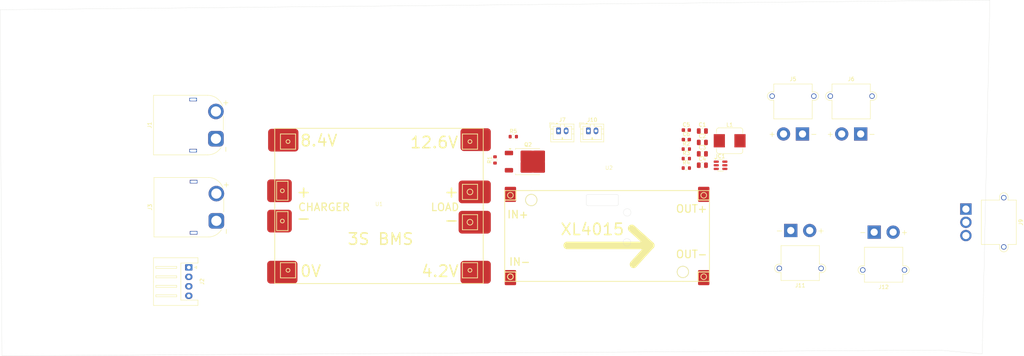
<source format=kicad_pcb>
(kicad_pcb (version 20240108) (generator "pcbnew") (generator_version "8.0")
  (layers (0 "F.Cu" signal) (31 "B.Cu" signal) (34 "B.Paste" user) (35 "F.Paste" user) (36 "B.SilkS" user "B.Silkscreen") (37 "F.SilkS" user "F.Silkscreen") (38 "B.Mask" user) (39 "F.Mask" user) (44 "Edge.Cuts" user))
  (net 0 "")
  (net 1 "GND")
  (net 2 "+3.3V")
  (net 3 "VCC")
  (net 4 "SW")
  (net 5 "Net-(IC1-VBST)")
  (net 6 "Net-(IC1-VFB)")
  (net 7 "Net-(IC1-EN)")
  (net 8 "Net-(J1-Pin_2)")
  (net 9 "Net-(J3-Pin_1)")
  (net 10 "Net-(J2-Pin_3)")
  (net 11 "Net-(J2-Pin_2)")
  (net 12 "Net-(J1-Pin_1)")
  (net 13 "Net-(J3-Pin_2)")
  (net 14 "+5V")
  (net 17 "Net-(J7-Pin_1)")
  (net 18 "Net-(Q2-S)")
  (net 19 "Net-(Q2-G)")
  (footprint "Inductor_SMD:L_Bourns_SRP7028A_7.3x6.6mm" (layer "F.Cu") (at 210.996 68.147)
    (property "Reference" "L1" (at 0 -4.2 0) (layer "F.SilkS"))
    (property "Value" "2.2uH")
    (fp_line (start -3.46 -1.95) (end -3.46 -2.8) (stroke (width 0.12)) (layer "F.SilkS"))
    (fp_line (start -3.46 2.75) (end -3.46 1.95) (stroke (width 0.12)) (layer "F.SilkS"))
    (fp_line (start -2.85 -3.41) (end 2.85 -3.41) (stroke (width 0.12)) (layer "F.SilkS"))
    (fp_line (start 2.85 3.41) (end -2.8 3.41) (stroke (width 0.12)) (layer "F.SilkS"))
    (fp_line (start 3.46 -2.8) (end 3.46 -1.95) (stroke (width 0.12)) (layer "F.SilkS"))
    (fp_line (start 3.46 1.95) (end 3.46 2.8) (stroke (width 0.12)) (layer "F.SilkS"))
    (fp_arc (start -3.46 -2.8) (mid -3.281335 -3.231335) (end -2.85 -3.41) (stroke (width 0.12)) (layer "F.SilkS"))
    (fp_arc (start -2.8 3.41) (mid -3.26669 3.21669) (end -3.46 2.75) (stroke (width 0.12)) (layer "F.SilkS"))
    (fp_arc (start 2.85 -3.41) (mid 3.281335 -3.231335) (end 3.46 -2.8) (stroke (width 0.12)) (layer "F.SilkS"))
    (fp_arc (start 3.46 2.8) (mid 3.281335 3.231335) (end 2.85 3.41) (stroke (width 0.12)) (layer "F.SilkS"))
    (pad "1" smd rect (at -2.725 0) (size 2.95 3.5) (layers "F.Cu" "F.Paste" "F.Mask") (net 2 "+3.3V"))
    (pad "2" smd rect (at 2.725 0) (size 2.95 3.5) (layers "F.Cu" "F.Paste" "F.Mask") (net 4 "SW"))
  )
  (footprint "Connector_AMASS:AMASS_XT30PW-M_1x02_P2.50mm_Horizontal" (layer "F.Cu") (at 227.116 91.861 180)
    (property "Reference" "J11" (at -2.5 -14.5 180) (layer "F.SilkS"))
    (property "Value" "SD_1")
    (fp_line (start 2.56 -8.89) (end 3.15 -8.89) (stroke (width 0.12)) (layer "F.SilkS"))
    (fp_line (start 2.56 -8.89) (end 2.56 -3.99) (stroke (width 0.12)) (layer "F.SilkS"))
    (fp_line (start 2.56 -11.11) (end 3.15 -11.11) (stroke (width 0.12)) (layer "F.SilkS"))
    (fp_line (start 2.56 -13.21) (end 2.56 -11.11) (stroke (width 0.12)) (layer "F.SilkS"))
    (fp_line (start -7.56 -3.99) (end 2.56 -3.99) (stroke (width 0.12)) (layer "F.SilkS"))
    (fp_line (start -7.56 -8.89) (end -7.56 -3.99) (stroke (width 0.12)) (layer "F.SilkS"))
    (fp_line (start -7.56 -13.21) (end 2.56 -13.21) (stroke (width 0.12)) (layer "F.SilkS"))
    (fp_line (start -7.56 -13.21) (end -7.56 -11.11) (stroke (width 0.12)) (layer "F.SilkS"))
    (fp_line (start -8.15 -8.89) (end -7.56 -8.89) (stroke (width 0.12)) (layer "F.SilkS"))
    (fp_line (start -8.15 -11.11) (end -7.56 -11.11) (stroke (width 0.12)) (layer "F.SilkS"))
    (fp_arc (start 3.15 -11.11) (mid 4.26 -10) (end 3.15 -8.89) (stroke (width 0.12)) (layer "F.SilkS"))
    (fp_arc (start -8.15 -8.89) (mid -9.26 -10) (end -8.15 -11.11) (stroke (width 0.12)) (layer "F.SilkS"))
    (fp_text user "-" (at 3 0 180) (layer "F.SilkS") (effects (font (size 1.5 1.5))))
    (fp_text user "+" (at -8 0 180) (layer "F.SilkS") (effects (font (size 1.5 1.5))))
    (pad "" thru_hole circle (at -8 -10 180) (size 1.4 1.4) (drill 1) (layers "*.Cu" "*.Mask"))
    (pad "" thru_hole circle (at 3 -10 180) (size 1.4 1.4) (drill 1) (layers "*.Cu" "*.Mask"))
    (pad "1" thru_hole rect (at 0 0 180) (size 3.5 3.5) (drill 1.9) (layers "*.Cu" "*.Mask") (net 1 "GND"))
    (pad "2" thru_hole circle (at -5 0 180) (size 3.5 3.5) (drill 1.9) (layers "*.Cu" "*.Mask") (net 3 "VCC"))
  )
  (footprint "Package_TO_SOT_SMD:SOT-23-6" (layer "F.Cu") (at 208.596 74.622)
    (property "Reference" "IC1" (at 0 -2.4 0) (layer "F.SilkS"))
    (property "Value" "TPS563201DDCR")
    (fp_line (start 0 -1.56) (end -0.8 -1.56) (stroke (width 0.12)) (layer "F.SilkS"))
    (fp_line (start 0 -1.56) (end 0.8 -1.56) (stroke (width 0.12)) (layer "F.SilkS"))
    (fp_line (start 0 1.56) (end -0.8 1.56) (stroke (width 0.12)) (layer "F.SilkS"))
    (fp_line (start 0 1.56) (end 0.8 1.56) (stroke (width 0.12)) (layer "F.SilkS"))
    (fp_poly (pts (xy -1.3 -1.51) (xy -1.54 -1.84) (xy -1.06 -1.84) (xy -1.3 -1.51)) (stroke (width 0.12)) (fill solid) (layer "F.SilkS"))
    (pad "1" smd roundrect (at -1.1375 -0.95) (size 1.325 0.6) (layers "F.Cu" "F.Paste" "F.Mask") (net 1 "GND"))
    (pad "2" smd roundrect (at -1.1375 0) (size 1.325 0.6) (layers "F.Cu" "F.Paste" "F.Mask") (net 4 "SW"))
    (pad "3" smd roundrect (at -1.1375 0.95) (size 1.325 0.6) (layers "F.Cu" "F.Paste" "F.Mask") (net 3 "VCC"))
    (pad "4" smd roundrect (at 1.1375 0.95) (size 1.325 0.6) (layers "F.Cu" "F.Paste" "F.Mask") (net 6 "Net-(IC1-VFB)"))
    (pad "5" smd roundrect (at 1.1375 0) (size 1.325 0.6) (layers "F.Cu" "F.Paste" "F.Mask") (net 7 "Net-(IC1-EN)"))
    (pad "6" smd roundrect (at 1.1375 -0.95) (size 1.325 0.6) (layers "F.Cu" "F.Paste" "F.Mask") (net 5 "Net-(IC1-VBST)"))
  )
  (footprint "Capacitor_SMD:C_0603_1608Metric" (layer "F.Cu") (at 199.566 65.327)
    (property "Reference" "C5" (at 0 -1.43 0) (layer "F.SilkS"))
    (property "Value" "0.1uF")
    (fp_line (start -0.14058 -0.51) (end 0.14058 -0.51) (stroke (width 0.12)) (layer "F.SilkS"))
    (fp_line (start -0.14058 0.51) (end 0.14058 0.51) (stroke (width 0.12)) (layer "F.SilkS"))
    (pad "1" smd roundrect (at -0.775 0) (size 0.9 0.95) (layers "F.Cu" "F.Paste" "F.Mask") (net 3 "VCC"))
    (pad "2" smd roundrect (at 0.775 0) (size 0.9 0.95) (layers "F.Cu" "F.Paste" "F.Mask") (net 1 "GND"))
  )
  (footprint "Capacitor_SMD:C_0603_1608Metric" (layer "F.Cu") (at 199.566 67.837)
    (property "Reference" "C6" (at 0 -1.43 0) (layer "F.SilkS"))
    (property "Value" "0.1uF")
    (fp_line (start -0.14058 -0.51) (end 0.14058 -0.51) (stroke (width 0.12)) (layer "F.SilkS"))
    (fp_line (start -0.14058 0.51) (end 0.14058 0.51) (stroke (width 0.12)) (layer "F.SilkS"))
    (pad "1" smd roundrect (at -0.775 0) (size 0.9 0.95) (layers "F.Cu" "F.Paste" "F.Mask") (net 4 "SW"))
    (pad "2" smd roundrect (at 0.775 0) (size 0.9 0.95) (layers "F.Cu" "F.Paste" "F.Mask") (net 5 "Net-(IC1-VBST)"))
  )
  (footprint "Connector_JST:JST_PH_B2B-PH-K_1x02_P2.00mm_Vertical" (layer "F.Cu") (at 165.862 65.532)
    (property "Reference" "J7" (at 1 -2.9 0) (layer "F.SilkS"))
    (property "Value" "switch")
    (fp_line (start -2.36 -2.11) (end -2.36 -0.86) (stroke (width 0.12)) (layer "F.SilkS"))
    (fp_line (start -2.06 -1.81) (end -2.06 2.91) (stroke (width 0.12)) (layer "F.SilkS"))
    (fp_line (start -2.06 -0.5) (end -1.45 -0.5) (stroke (width 0.12)) (layer "F.SilkS"))
    (fp_line (start -2.06 0.8) (end -1.45 0.8) (stroke (width 0.12)) (layer "F.SilkS"))
    (fp_line (start -2.06 2.91) (end 4.06 2.91) (stroke (width 0.12)) (layer "F.SilkS"))
    (fp_line (start -1.45 -1.2) (end -1.45 2.3) (stroke (width 0.12)) (layer "F.SilkS"))
    (fp_line (start -1.45 2.3) (end 3.45 2.3) (stroke (width 0.12)) (layer "F.SilkS"))
    (fp_line (start -1.11 -2.11) (end -2.36 -2.11) (stroke (width 0.12)) (layer "F.SilkS"))
    (fp_line (start -0.6 -2.01) (end -0.6 -1.81) (stroke (width 0.12)) (layer "F.SilkS"))
    (fp_line (start -0.3 -2.01) (end -0.6 -2.01) (stroke (width 0.12)) (layer "F.SilkS"))
    (fp_line (start -0.3 -1.91) (end -0.6 -1.91) (stroke (width 0.12)) (layer "F.SilkS"))
    (fp_line (start -0.3 -1.81) (end -0.3 -2.01) (stroke (width 0.12)) (layer "F.SilkS"))
    (fp_line (start 0.5 -1.81) (end 0.5 -1.2) (stroke (width 0.12)) (layer "F.SilkS"))
    (fp_line (start 0.5 -1.2) (end -1.45 -1.2) (stroke (width 0.12)) (layer "F.SilkS"))
    (fp_line (start 0.9 1.8) (end 1.1 1.8) (stroke (width 0.12)) (layer "F.SilkS"))
    (fp_line (start 0.9 2.3) (end 0.9 1.8) (stroke (width 0.12)) (layer "F.SilkS"))
    (fp_line (start 1 2.3) (end 1 1.8) (stroke (width 0.12)) (layer "F.SilkS"))
    (fp_line (start 1.1 1.8) (end 1.1 2.3) (stroke (width 0.12)) (layer "F.SilkS"))
    (fp_line (start 1.5 -1.2) (end 1.5 -1.81) (stroke (width 0.12)) (layer "F.SilkS"))
    (fp_line (start 3.45 -1.2) (end 1.5 -1.2) (stroke (width 0.12)) (layer "F.SilkS"))
    (fp_line (start 3.45 2.3) (end 3.45 -1.2) (stroke (width 0.12)) (layer "F.SilkS"))
    (fp_line (start 4.06 -1.81) (end -2.06 -1.81) (stroke (width 0.12)) (layer "F.SilkS"))
    (fp_line (start 4.06 -0.5) (end 3.45 -0.5) (stroke (width 0.12)) (layer "F.SilkS"))
    (fp_line (start 4.06 0.8) (end 3.45 0.8) (stroke (width 0.12)) (layer "F.SilkS"))
    (fp_line (start 4.06 2.91) (end 4.06 -1.81) (stroke (width 0.12)) (layer "F.SilkS"))
    (pad "1" thru_hole roundrect (at 0 0) (size 1.2 1.75) (drill 0.75) (layers "*.Cu" "*.Mask") (roundrect_rratio 0.208333) (net 17 "Net-(J7-Pin_1)"))
    (pad "2" thru_hole oval (at 2 0) (size 1.2 1.75) (drill 0.75) (layers "*.Cu" "*.Mask") (net 1 "GND"))
  )
  (footprint "Capacitor_SMD:C_0805_2012Metric" (layer "F.Cu") (at 203.796 71.597)
    (property "Reference" "C3" (at 0 -1.68 0) (layer "F.SilkS"))
    (property "Value" "10uF")
    (fp_line (start -0.261252 -0.735) (end 0.261252 -0.735) (stroke (width 0.12)) (layer "F.SilkS"))
    (fp_line (start -0.261252 0.735) (end 0.261252 0.735) (stroke (width 0.12)) (layer "F.SilkS"))
    (pad "1" smd roundrect (at -0.95 0) (size 1 1.45) (layers "F.Cu" "F.Paste" "F.Mask") (net 3 "VCC"))
    (pad "2" smd roundrect (at 0.95 0) (size 1 1.45) (layers "F.Cu" "F.Paste" "F.Mask") (net 1 "GND"))
  )
  (footprint "Connector_AMASS:AMASS_XT30PW-M_1x02_P2.50mm_Horizontal" (layer "F.Cu") (at 230.208 66.355)
    (property "Reference" "J5" (at -2.5 -14.5 0) (layer "F.SilkS"))
    (property "Value" "SENSOR_BOARD")
    (fp_line (start -8.15 -11.11) (end -7.56 -11.11) (stroke (width 0.12)) (layer "F.SilkS"))
    (fp_line (start -8.15 -8.89) (end -7.56 -8.89) (stroke (width 0.12)) (layer "F.SilkS"))
    (fp_line (start -7.56 -13.21) (end -7.56 -11.11) (stroke (width 0.12)) (layer "F.SilkS"))
    (fp_line (start -7.56 -13.21) (end 2.56 -13.21) (stroke (width 0.12)) (layer "F.SilkS"))
    (fp_line (start -7.56 -8.89) (end -7.56 -3.99) (stroke (width 0.12)) (layer "F.SilkS"))
    (fp_line (start -7.56 -3.99) (end 2.56 -3.99) (stroke (width 0.12)) (layer "F.SilkS"))
    (fp_line (start 2.56 -13.21) (end 2.56 -11.11) (stroke (width 0.12)) (layer "F.SilkS"))
    (fp_line (start 2.56 -11.11) (end 3.15 -11.11) (stroke (width 0.12)) (layer "F.SilkS"))
    (fp_line (start 2.56 -8.89) (end 2.56 -3.99) (stroke (width 0.12)) (layer "F.SilkS"))
    (fp_line (start 2.56 -8.89) (end 3.15 -8.89) (stroke (width 0.12)) (layer "F.SilkS"))
    (fp_arc (start -8.15 -8.89) (mid -9.26 -10) (end -8.15 -11.11) (stroke (width 0.12)) (layer "F.SilkS"))
    (fp_arc (start 3.15 -11.11) (mid 4.26 -10) (end 3.15 -8.89) (stroke (width 0.12)) (layer "F.SilkS"))
    (fp_text user "+" (at -8 0 0) (layer "F.SilkS") (effects (font (size 1.5 1.5))))
    (fp_text user "-" (at 3 0 0) (layer "F.SilkS") (effects (font (size 1.5 1.5))))
    (pad "" thru_hole circle (at -8 -10) (size 1.4 1.4) (drill 1) (layers "*.Cu" "*.Mask"))
    (pad "" thru_hole circle (at 3 -10) (size 1.4 1.4) (drill 1) (layers "*.Cu" "*.Mask"))
    (pad "1" thru_hole rect (at 0 0) (size 3.5 3.5) (drill 1.9) (layers "*.Cu" "*.Mask") (net 1 "GND"))
    (pad "2" thru_hole circle (at -5 0) (size 3.5 3.5) (drill 1.9) (layers "*.Cu" "*.Mask") (net 3 "VCC"))
  )
  (footprint "3S_BMS:3S_BMS" (layer "F.Cu") (at 118.494 85.362)
    (property "Reference" "U1" (at 0 -0.5 0) (layer "F.SilkS") (effects (font (thickness 0.1))))
    (property "Value" "~")
    (fp_line (start -27.5 -20.5) (end -27.5 20.5) (stroke (width 0.2)) (layer "F.SilkS"))
    (fp_line (start -27.5 20.5) (end 27.5 20.5) (stroke (width 0.2)) (layer "F.SilkS"))
    (fp_line (start -27 -6.5) (end -27 -1.5) (stroke (width 0.2)) (layer "F.SilkS"))
    (fp_line (start -27 -1.5) (end -24 -1.5) (stroke (width 0.2)) (layer "F.SilkS"))
    (fp_line (start -27 1.5) (end -27 6.5) (stroke (width 0.2)) (layer "F.SilkS"))
    (fp_line (start -27 6.5) (end -24 6.5) (stroke (width 0.2)) (layer "F.SilkS"))
    (fp_line (start -26 -19) (end -26 -15) (stroke (width 0.2)) (layer "F.SilkS"))
    (fp_line (start -26 -15) (end -22 -15) (stroke (width 0.2)) (layer "F.SilkS"))
    (fp_line (start -26 15) (end -26 19) (stroke (width 0.2)) (layer "F.SilkS"))
    (fp_line (start -26 19) (end -22 19) (stroke (width 0.2)) (layer "F.SilkS"))
    (fp_line (start -24 -6.5) (end -27 -6.5) (stroke (width 0.2)) (layer "F.SilkS"))
    (fp_line (start -24 -1.5) (end -24 -6.5) (stroke (width 0.2)) (layer "F.SilkS"))
    (fp_line (start -24 1.5) (end -27 1.5) (stroke (width 0.2)) (layer "F.SilkS"))
    (fp_line (start -24 6.5) (end -24 1.5) (stroke (width 0.2)) (layer "F.SilkS"))
    (fp_line (start -22 -19) (end -26 -19) (stroke (width 0.2)) (layer "F.SilkS"))
    (fp_line (start -22 -15) (end -22 -19) (stroke (width 0.2)) (layer "F.SilkS"))
    (fp_line (start -22 15) (end -26 15) (stroke (width 0.2)) (layer "F.SilkS"))
    (fp_line (start -22 19) (end -22 15) (stroke (width 0.2)) (layer "F.SilkS"))
    (fp_line (start 22 -19) (end 22 -15) (stroke (width 0.2)) (layer "F.SilkS"))
    (fp_line (start 22 -15) (end 26 -15) (stroke (width 0.2)) (layer "F.SilkS"))
    (fp_line (start 22 -5.7) (end 22 -1.7) (stroke (width 0.2)) (layer "F.SilkS"))
    (fp_line (start 22 -1.7) (end 26 -1.7) (stroke (width 0.2)) (layer "F.SilkS"))
    (fp_line (start 22 2.3) (end 22 6.3) (stroke (width 0.2)) (layer "F.SilkS"))
    (fp_line (start 22 6.3) (end 26 6.3) (stroke (width 0.2)) (layer "F.SilkS"))
    (fp_line (start 22 15) (end 22 19) (stroke (width 0.2)) (layer "F.SilkS"))
    (fp_line (start 22 19) (end 26 19) (stroke (width 0.2)) (layer "F.SilkS"))
    (fp_line (start 26 -19) (end 22 -19) (stroke (width 0.2)) (layer "F.SilkS"))
    (fp_line (start 26 -15) (end 26 -19) (stroke (width 0.2)) (layer "F.SilkS"))
    (fp_line (start 26 -5.7) (end 22 -5.7) (stroke (width 0.2)) (layer "F.SilkS"))
    (fp_line (start 26 -1.7) (end 26 -5.7) (stroke (width 0.2)) (layer "F.SilkS"))
    (fp_line (start 26 2.3) (end 22 2.3) (stroke (width 0.2)) (layer "F.SilkS"))
    (fp_line (start 26 6.3) (end 26 2.3) (stroke (width 0.2)) (layer "F.SilkS"))
    (fp_line (start 26 15) (end 22 15) (stroke (width 0.2)) (layer "F.SilkS"))
    (fp_line (start 26 19) (end 26 15) (stroke (width 0.2)) (layer "F.SilkS"))
    (fp_line (start 27.5 -20.5) (end -27.5 -20.5) (stroke (width 0.2)) (layer "F.SilkS"))
    (fp_line (start 27.5 20.5) (end 27.5 -20.5) (stroke (width 0.2)) (layer "F.SilkS"))
    (fp_circle (center -25.5 -4) (end -25.5 -3.5) (stroke (width 0.2)) (fill none) (layer "F.SilkS"))
    (fp_circle (center -25.5 4) (end -25.5 4.5) (stroke (width 0.2)) (fill none) (layer "F.SilkS"))
    (fp_circle (center -24 -17) (end -24 -16.5) (stroke (width 0.2)) (fill none) (layer "F.SilkS"))
    (fp_circle (center -24 17) (end -24 17.5) (stroke (width 0.2)) (fill none) (layer "F.SilkS"))
    (fp_circle (center 24 -17) (end 24 -16.5) (stroke (width 0.2)) (fill none) (layer "F.SilkS"))
    (fp_circle (center 24 -3.7) (end 24 -2.95) (stroke (width 0.2)) (fill none) (layer "F.SilkS"))
    (fp_circle (center 24 4.3) (end 24 5.05) (stroke (width 0.2)) (fill none) (layer "F.SilkS"))
    (fp_circle (center 24 17) (end 24 17.5) (stroke (width 0.2)) (fill none) (layer "F.SilkS"))
    (fp_text user "-" (at -22 5 0) (layer "F.SilkS") (effects (font (size 3 3) (thickness 0.4)) (justify left bottom)))
    (fp_text user "0V" (at -21 19 0) (layer "F.SilkS") (effects (font (size 3 3) (thickness 0.4)) (justify left bottom)))
    (fp_text user "+" (at -22 -2 0) (layer "F.SilkS") (effects (font (size 3 3) (thickness 0.4)) (justify left bottom)))
    (fp_text user "4.2V" (at 11 19 0) (layer "F.SilkS") (effects (font (size 3 3) (thickness 0.4)) (justify left bottom)))
    (fp_text user "LOAD" (at 13.5 1.5 0) (layer "F.SilkS") (effects (font (size 2 2) (thickness 0.3)) (justify left bottom)))
    (fp_text user "-" (at 17 5.5 0) (layer "F.SilkS") (effects (font (size 3 3) (thickness 0.4)) (justify left bottom)))
    (fp_text user "3S BMS" (at -8.5 10.5 0) (layer "F.SilkS") (effects (font (size 3 3) (thickness 0.4)) (justify left bottom)))
    (fp_text user "8.4V" (at -21 -15.5 0) (layer "F.SilkS") (effects (font (size 3 3) (thickness 0.4)) (justify left bottom)))
    (fp_text user "+" (at 17 -2 0) (layer "F.SilkS") (effects (font (size 3 3) (thickness 0.4)) (justify left bottom)))
    (fp_text user "CHARGER" (at -21.5 1.5 0) (layer "F.SilkS") (effects (font (size 2 2) (thickness 0.3)) (justify left bottom)))
    (fp_text user "12.6V" (at 8 -15 0) (layer "F.SilkS") (effects (font (size 3 3) (thickness 0.4)) (justify left bottom)))
    (pad "1" smd roundrect (at -24 17 90) (size 6 8) (drill (offset -0.5 -1.5)) (layers "F.Cu" "F.Paste" "F.Mask") (roundrect_rratio 0.15) (net 12 "Net-(J1-Pin_1)"))
    (pad "2" smd roundrect (at 24 17 180) (size 8 6) (drill (offset -1.5 -0.5)) (layers "F.Cu" "F.Paste" "F.Mask") (roundrect_rratio 0.15) (net 11 "Net-(J2-Pin_2)"))
    (pad "3" smd roundrect (at -24 -17) (size 8 6) (drill (offset -1.25 -0.375)) (layers "F.Cu" "F.Paste" "F.Mask") (roundrect_rratio 0.15) (net 10 "Net-(J2-Pin_3)"))
    (pad "4" smd roundrect (at 24 -17 270) (size 6 8) (drill (offset -0.5 -1.5)) (layers "F.Cu" "F.Paste" "F.Mask") (roundrect_rratio 0.15) (net 8 "Net-(J1-Pin_2)"))
    (pad "5" smd roundrect (at -25.5 -4 270) (size 6 6.5) (drill (offset 0 0.75)) (layers "F.Cu" "F.Paste" "F.Mask") (roundrect_rratio 0.15) (net 13 "Net-(J3-Pin_2)"))
    (pad "6" smd roundrect (at -25.5 4 270) (size 6 6.5) (drill (offset 0 0.75)) (layers "F.Cu" "F.Paste" "F.Mask") (roundrect_rratio 0.15) (net 9 "Net-(J3-Pin_1)"))
    (pad "7" smd roundrect (at 24 -3.7 90) (size 6 8.5) (drill (offset 0 1.25)) (layers "F.Cu" "F.Paste" "F.Mask") (roundrect_rratio 0.15) (net 18 "Net-(Q2-S)"))
    (pad "8" smd roundrect (at 24 4.3 90) (size 6 8.5) (drill (offset 0 1.25)) (layers "F.Cu" "F.Paste" "F.Mask") (roundrect_rratio 0.15) (net 1 "GND"))
  )
  (footprint "Resistor_SMD:R_0603_1608Metric" (layer "F.Cu") (at 149.098 73.215 90)
    (property "Reference" "R1" (at 0 -1.43 -90) (layer "F.SilkS"))
    (property "Value" "10K")
    (fp_line (start -0.237258 -0.5225) (end 0.237258 -0.5225) (stroke (width 0.12)) (layer "F.SilkS"))
    (fp_line (start -0.237258 0.5225) (end 0.237258 0.5225) (stroke (width 0.12)) (layer "F.SilkS"))
    (pad "1" smd roundrect (at -0.825 0 90) (size 0.8 0.95) (layers "F.Cu" "F.Paste" "F.Mask") (net 18 "Net-(Q2-S)"))
    (pad "2" smd roundrect (at 0.825 0 90) (size 0.8 0.95) (layers "F.Cu" "F.Paste" "F.Mask") (net 19 "Net-(Q2-G)"))
  )
  (footprint "Connector_AMASS:AMASS_XT30PW-M_1x02_P2.50mm_Horizontal" (layer "F.Cu") (at 245.558 66.355)
    (property "Reference" "J6" (at -2.5 -14.5 0) (layer "F.SilkS"))
    (property "Value" "SENSOR_BOARD3.3")
    (fp_line (start -8.15 -11.11) (end -7.56 -11.11) (stroke (width 0.12)) (layer "F.SilkS"))
    (fp_line (start -8.15 -8.89) (end -7.56 -8.89) (stroke (width 0.12)) (layer "F.SilkS"))
    (fp_line (start -7.56 -13.21) (end -7.56 -11.11) (stroke (width 0.12)) (layer "F.SilkS"))
    (fp_line (start -7.56 -13.21) (end 2.56 -13.21) (stroke (width 0.12)) (layer "F.SilkS"))
    (fp_line (start -7.56 -8.89) (end -7.56 -3.99) (stroke (width 0.12)) (layer "F.SilkS"))
    (fp_line (start -7.56 -3.99) (end 2.56 -3.99) (stroke (width 0.12)) (layer "F.SilkS"))
    (fp_line (start 2.56 -13.21) (end 2.56 -11.11) (stroke (width 0.12)) (layer "F.SilkS"))
    (fp_line (start 2.56 -11.11) (end 3.15 -11.11) (stroke (width 0.12)) (layer "F.SilkS"))
    (fp_line (start 2.56 -8.89) (end 2.56 -3.99) (stroke (width 0.12)) (layer "F.SilkS"))
    (fp_line (start 2.56 -8.89) (end 3.15 -8.89) (stroke (width 0.12)) (layer "F.SilkS"))
    (fp_arc (start -8.15 -8.89) (mid -9.26 -10) (end -8.15 -11.11) (stroke (width 0.12)) (layer "F.SilkS"))
    (fp_arc (start 3.15 -11.11) (mid 4.26 -10) (end 3.15 -8.89) (stroke (width 0.12)) (layer "F.SilkS"))
    (fp_text user "+" (at -8 0 0) (layer "F.SilkS") (effects (font (size 1.5 1.5))))
    (fp_text user "-" (at 3 0 0) (layer "F.SilkS") (effects (font (size 1.5 1.5))))
    (pad "" thru_hole circle (at -8 -10) (size 1.4 1.4) (drill 1) (layers "*.Cu" "*.Mask"))
    (pad "" thru_hole circle (at 3 -10) (size 1.4 1.4) (drill 1) (layers "*.Cu" "*.Mask"))
    (pad "1" thru_hole rect (at 0 0) (size 3.5 3.5) (drill 1.9) (layers "*.Cu" "*.Mask") (net 1 "GND"))
    (pad "2" thru_hole circle (at -5 0) (size 3.5 3.5) (drill 1.9) (layers "*.Cu" "*.Mask") (net 2 "+3.3V"))
  )
  (footprint "Connector_AMASS:AMASS_XT60PW-M_1x02_P7.20mm_Horizontal" (layer "F.Cu") (at 75.476 67.608 90)
    (property "Reference" "J1" (at 3.6 -17.5 -90) (layer "F.SilkS"))
    (property "Value" "batt")
    (fp_line (start 11.46 -16.46) (end 11.46 -2.15) (stroke (width 0.12)) (layer "F.SilkS"))
    (fp_line (start -4.26 -16.46) (end 11.46 -16.46) (stroke (width 0.12)) (layer "F.SilkS"))
    (fp_line (start -4.26 -16.46) (end -4.26 -2.15) (stroke (width 0.12)) (layer "F.SilkS"))
    (fp_line (start 2.31 1.96) (end 6.05 1.96) (stroke (width 0.12)) (layer "F.SilkS"))
    (fp_arc (start 11.46 -2.15) (mid 10.653852 0.294722) (end 8.551648 1.780413) (stroke (width 0.12)) (layer "F.SilkS"))
    (fp_arc (start -2.266806 1.372958) (mid -3.727162 -0.126139) (end -4.26 -2.15) (stroke (width 0.12)) (layer "F.SilkS"))
    (fp_text user "+" (at 9.5 2.5 -90) (layer "F.SilkS") (effects (font (size 1.5 1.5))))
    (fp_text user "-" (at -2.8 2.5 -90) (layer "F.SilkS") (effects (font (size 1.5 1.5))))
    (pad "" thru_hole rect (at -3.15 -6 90) (size 0.9 2) (drill oval 0.6 1.7) (layers "*.Cu" "*.Mask"))
    (pad "" thru_hole rect (at 10.35 -6 90) (size 0.9 2) (drill oval 0.6 1.7) (layers "*.Cu" "*.Mask"))
    (pad "1" thru_hole roundrect (at 0 0 90) (size 4.1 4.1) (drill 2.7) (layers "*.Cu" "*.Mask") (net 12 "Net-(J1-Pin_1)"))
    (pad "2" thru_hole circle (at 7.2 0 90) (size 4.1 4.1) (drill 2.7) (layers "*.Cu" "*.Mask") (net 8 "Net-(J1-Pin_2)"))
  )
  (footprint "Resistor_SMD:R_0603_1608Metric" (layer "F.Cu") (at 153.924 67.056)
    (property "Reference" "R5" (at 0 -1.43 0) (layer "F.SilkS"))
    (property "Value" "1K")
    (fp_line (start -0.237258 -0.5225) (end 0.237258 -0.5225) (stroke (width 0.12)) (layer "F.SilkS"))
    (fp_line (start -0.237258 0.5225) (end 0.237258 0.5225) (stroke (width 0.12)) (layer "F.SilkS"))
    (pad "1" smd roundrect (at -0.825 0) (size 0.8 0.95) (layers "F.Cu" "F.Paste" "F.Mask") (net 19 "Net-(Q2-G)"))
    (pad "2" smd roundrect (at 0.825 0) (size 0.8 0.95) (layers "F.Cu" "F.Paste" "F.Mask") (net 17 "Net-(J7-Pin_1)"))
  )
  (footprint "Connector_AMASS:AMASS_XT30PW-M_1x02_P2.50mm_Horizontal" (layer "F.Cu") (at 249.122 92.289 180)
    (property "Reference" "J12" (at -2.5 -14.5 180) (layer "F.SilkS"))
    (property "Value" "SD_2")
    (fp_line (start 2.56 -8.89) (end 3.15 -8.89) (stroke (width 0.12)) (layer "F.SilkS"))
    (fp_line (start 2.56 -8.89) (end 2.56 -3.99) (stroke (width 0.12)) (layer "F.SilkS"))
    (fp_line (start 2.56 -11.11) (end 3.15 -11.11) (stroke (width 0.12)) (layer "F.SilkS"))
    (fp_line (start 2.56 -13.21) (end 2.56 -11.11) (stroke (width 0.12)) (layer "F.SilkS"))
    (fp_line (start -7.56 -3.99) (end 2.56 -3.99) (stroke (width 0.12)) (layer "F.SilkS"))
    (fp_line (start -7.56 -8.89) (end -7.56 -3.99) (stroke (width 0.12)) (layer "F.SilkS"))
    (fp_line (start -7.56 -13.21) (end 2.56 -13.21) (stroke (width 0.12)) (layer "F.SilkS"))
    (fp_line (start -7.56 -13.21) (end -7.56 -11.11) (stroke (width 0.12)) (layer "F.SilkS"))
    (fp_line (start -8.15 -8.89) (end -7.56 -8.89) (stroke (width 0.12)) (layer "F.SilkS"))
    (fp_line (start -8.15 -11.11) (end -7.56 -11.11) (stroke (width 0.12)) (layer "F.SilkS"))
    (fp_arc (start 3.15 -11.11) (mid 4.26 -10) (end 3.15 -8.89) (stroke (width 0.12)) (layer "F.SilkS"))
    (fp_arc (start -8.15 -8.89) (mid -9.26 -10) (end -8.15 -11.11) (stroke (width 0.12)) (layer "F.SilkS"))
    (fp_text user "-" (at 3 0 180) (layer "F.SilkS") (effects (font (size 1.5 1.5))))
    (fp_text user "+" (at -8 0 180) (layer "F.SilkS") (effects (font (size 1.5 1.5))))
    (pad "" thru_hole circle (at -8 -10 180) (size 1.4 1.4) (drill 1) (layers "*.Cu" "*.Mask"))
    (pad "" thru_hole circle (at 3 -10 180) (size 1.4 1.4) (drill 1) (layers "*.Cu" "*.Mask"))
    (pad "1" thru_hole rect (at 0 0 180) (size 3.5 3.5) (drill 1.9) (layers "*.Cu" "*.Mask") (net 1 "GND"))
    (pad "2" thru_hole circle (at -5 0 180) (size 3.5 3.5) (drill 1.9) (layers "*.Cu" "*.Mask") (net 3 "VCC"))
  )
  (footprint "Connector_JST:JST_XH_S4B-XH-A_1x04_P2.50mm_Horizontal" (layer "F.Cu") (at 68.326 101.6 -90)
    (property "Reference" "J2" (at 3.75 -3.5 90) (layer "F.SilkS"))
    (property "Value" "batt_jst")
    (fp_line (start -2.56 9.31) (end -2.56 -2.41) (stroke (width 0.12)) (layer "F.SilkS"))
    (fp_line (start 3.75 9.31) (end -2.56 9.31) (stroke (width 0.12)) (layer "F.SilkS"))
    (fp_line (start 3.75 9.31) (end 10.06 9.31) (stroke (width 0.12)) (layer "F.SilkS"))
    (fp_line (start 10.06 9.31) (end 10.06 -2.41) (stroke (width 0.12)) (layer "F.SilkS"))
    (fp_line (start -0.25 8.7) (end 0.25 8.7) (stroke (width 0.12)) (layer "F.SilkS"))
    (fp_line (start 0.25 8.7) (end 0.25 3.2) (stroke (width 0.12)) (layer "F.SilkS"))
    (fp_line (start 2.25 8.7) (end 2.75 8.7) (stroke (width 0.12)) (layer "F.SilkS"))
    (fp_line (start 2.75 8.7) (end 2.75 3.2) (stroke (width 0.12)) (layer "F.SilkS"))
    (fp_line (start 4.75 8.7) (end 5.25 8.7) (stroke (width 0.12)) (layer "F.SilkS"))
    (fp_line (start 5.25 8.7) (end 5.25 3.2) (stroke (width 0.12)) (layer "F.SilkS"))
    (fp_line (start 7.25 8.7) (end 7.75 8.7) (stroke (width 0.12)) (layer "F.SilkS"))
    (fp_line (start 7.75 8.7) (end 7.75 3.2) (stroke (width 0.12)) (layer "F.SilkS"))
    (fp_line (start -0.25 3.2) (end -0.25 8.7) (stroke (width 0.12)) (layer "F.SilkS"))
    (fp_line (start 0.25 3.2) (end -0.25 3.2) (stroke (width 0.12)) (layer "F.SilkS"))
    (fp_line (start 2.25 3.2) (end 2.25 8.7) (stroke (width 0.12)) (layer "F.SilkS"))
    (fp_line (start 2.75 3.2) (end 2.25 3.2) (stroke (width 0.12)) (layer "F.SilkS"))
    (fp_line (start 4.75 3.2) (end 4.75 8.7) (stroke (width 0.12)) (layer "F.SilkS"))
    (fp_line (start 5.25 3.2) (end 4.75 3.2) (stroke (width 0.12)) (layer "F.SilkS"))
    (fp_line (start 7.25 3.2) (end 7.25 8.7) (stroke (width 0.12)) (layer "F.SilkS"))
    (fp_line (start 7.75 3.2) (end 7.25 3.2) (stroke (width 0.12)) (layer "F.SilkS"))
    (fp_line (start -1.14 2.09) (end 3.75 2.09) (stroke (width 0.12)) (layer "F.SilkS"))
    (fp_line (start 8.64 2.09) (end 3.75 2.09) (stroke (width 0.12)) (layer "F.SilkS"))
    (fp_line (start 0 -1.5) (end -0.3 -2.1) (stroke (width 0.12)) (layer "F.SilkS"))
    (fp_line (start -0.3 -2.1) (end 0.3 -2.1) (stroke (width 0.12)) (layer "F.SilkS"))
    (fp_line (start 0.3 -2.1) (end 0 -1.5) (stroke (width 0.12)) (layer "F.SilkS"))
    (fp_line (start -2.56 -2.41) (end -1.14 -2.41) (stroke (width 0.12)) (layer "F.SilkS"))
    (fp_line (start -1.14 -2.41) (end -1.14 2.09) (stroke (width 0.12)) (layer "F.SilkS"))
    (fp_line (start 8.64 -2.41) (end 8.64 2.09) (stroke (width 0.12)) (layer "F.SilkS"))
    (fp_line (start 10.06 -2.41) (end 8.64 -2.41) (stroke (width 0.12)) (layer "F.SilkS"))
    (pad "1" thru_hole roundrect (at 0 0 270) (size 1.7 1.95) (drill 0.95) (layers "*.Cu" "*.Mask") (roundrect_rratio 0.147059))
    (pad "2" thru_hole oval (at 2.5 0 270) (size 1.7 1.95) (drill 0.95) (layers "*.Cu" "*.Mask") (net 11 "Net-(J2-Pin_2)"))
    (pad "3" thru_hole oval (at 5 0 270) (size 1.7 1.95) (drill 0.95) (layers "*.Cu" "*.Mask") (net 10 "Net-(J2-Pin_3)"))
    (pad "4" thru_hole oval (at 7.5 0 270) (size 1.7 1.95) (drill 0.95) (layers "*.Cu" "*.Mask"))
  )
  (footprint "Connector_JST:JST_PH_B2B-PH-K_1x02_P2.00mm_Vertical" (layer "F.Cu") (at 173.736 65.532)
    (property "Reference" "J10" (at 1 -2.9 0) (layer "F.SilkS"))
    (property "Value" "bat_indicator")
    (fp_line (start -2.36 -2.11) (end -2.36 -0.86) (stroke (width 0.12)) (layer "F.SilkS"))
    (fp_line (start -2.06 -1.81) (end -2.06 2.91) (stroke (width 0.12)) (layer "F.SilkS"))
    (fp_line (start -2.06 -0.5) (end -1.45 -0.5) (stroke (width 0.12)) (layer "F.SilkS"))
    (fp_line (start -2.06 0.8) (end -1.45 0.8) (stroke (width 0.12)) (layer "F.SilkS"))
    (fp_line (start -2.06 2.91) (end 4.06 2.91) (stroke (width 0.12)) (layer "F.SilkS"))
    (fp_line (start -1.45 -1.2) (end -1.45 2.3) (stroke (width 0.12)) (layer "F.SilkS"))
    (fp_line (start -1.45 2.3) (end 3.45 2.3) (stroke (width 0.12)) (layer "F.SilkS"))
    (fp_line (start -1.11 -2.11) (end -2.36 -2.11) (stroke (width 0.12)) (layer "F.SilkS"))
    (fp_line (start -0.6 -2.01) (end -0.6 -1.81) (stroke (width 0.12)) (layer "F.SilkS"))
    (fp_line (start -0.3 -2.01) (end -0.6 -2.01) (stroke (width 0.12)) (layer "F.SilkS"))
    (fp_line (start -0.3 -1.91) (end -0.6 -1.91) (stroke (width 0.12)) (layer "F.SilkS"))
    (fp_line (start -0.3 -1.81) (end -0.3 -2.01) (stroke (width 0.12)) (layer "F.SilkS"))
    (fp_line (start 0.5 -1.81) (end 0.5 -1.2) (stroke (width 0.12)) (layer "F.SilkS"))
    (fp_line (start 0.5 -1.2) (end -1.45 -1.2) (stroke (width 0.12)) (layer "F.SilkS"))
    (fp_line (start 0.9 1.8) (end 1.1 1.8) (stroke (width 0.12)) (layer "F.SilkS"))
    (fp_line (start 0.9 2.3) (end 0.9 1.8) (stroke (width 0.12)) (layer "F.SilkS"))
    (fp_line (start 1 2.3) (end 1 1.8) (stroke (width 0.12)) (layer "F.SilkS"))
    (fp_line (start 1.1 1.8) (end 1.1 2.3) (stroke (width 0.12)) (layer "F.SilkS"))
    (fp_line (start 1.5 -1.2) (end 1.5 -1.81) (stroke (width 0.12)) (layer "F.SilkS"))
    (fp_line (start 3.45 -1.2) (end 1.5 -1.2) (stroke (width 0.12)) (layer "F.SilkS"))
    (fp_line (start 3.45 2.3) (end 3.45 -1.2) (stroke (width 0.12)) (layer "F.SilkS"))
    (fp_line (start 4.06 -1.81) (end -2.06 -1.81) (stroke (width 0.12)) (layer "F.SilkS"))
    (fp_line (start 4.06 -0.5) (end 3.45 -0.5) (stroke (width 0.12)) (layer "F.SilkS"))
    (fp_line (start 4.06 0.8) (end 3.45 0.8) (stroke (width 0.12)) (layer "F.SilkS"))
    (fp_line (start 4.06 2.91) (end 4.06 -1.81) (stroke (width 0.12)) (layer "F.SilkS"))
    (pad "1" thru_hole roundrect (at 0 0) (size 1.2 1.75) (drill 0.75) (layers "*.Cu" "*.Mask") (roundrect_rratio 0.208333) (net 3 "VCC"))
    (pad "2" thru_hole oval (at 2 0) (size 1.2 1.75) (drill 0.75) (layers "*.Cu" "*.Mask") (net 1 "GND"))
  )
  (footprint "Capacitor_SMD:C_0805_2012Metric" (layer "F.Cu") (at 203.796 65.577)
    (property "Reference" "C1" (at 0 -1.68 0) (layer "F.SilkS"))
    (property "Value" "22uF")
    (fp_line (start -0.261252 -0.735) (end 0.261252 -0.735) (stroke (width 0.12)) (layer "F.SilkS"))
    (fp_line (start -0.261252 0.735) (end 0.261252 0.735) (stroke (width 0.12)) (layer "F.SilkS"))
    (pad "1" smd roundrect (at -0.95 0) (size 1 1.45) (layers "F.Cu" "F.Paste" "F.Mask") (net 1 "GND"))
    (pad "2" smd roundrect (at 0.95 0) (size 1 1.45) (layers "F.Cu" "F.Paste" "F.Mask") (net 2 "+3.3V"))
  )
  (footprint "Capacitor_SMD:C_0805_2012Metric" (layer "F.Cu") (at 203.796 74.607)
    (property "Reference" "C4" (at 0 -1.68 0) (layer "F.SilkS"))
    (property "Value" "10uF")
    (fp_line (start -0.261252 -0.735) (end 0.261252 -0.735) (stroke (width 0.12)) (layer "F.SilkS"))
    (fp_line (start -0.261252 0.735) (end 0.261252 0.735) (stroke (width 0.12)) (layer "F.SilkS"))
    (pad "1" smd roundrect (at -0.95 0) (size 1 1.45) (layers "F.Cu" "F.Paste" "F.Mask") (net 3 "VCC"))
    (pad "2" smd roundrect (at 0.95 0) (size 1 1.45) (layers "F.Cu" "F.Paste" "F.Mask") (net 1 "GND"))
  )
  (footprint "Package_TO_SOT_SMD:TO-252-2" (layer "F.Cu") (at 157.812 73.6625)
    (property "Reference" "Q2" (at 0 -4.5 0) (layer "F.SilkS"))
    (property "Value" "Q_PMOS_GDS")
    (fp_line (start -3.31 -3.45) (end -3.31 -3.18) (stroke (width 0.12)) (layer "F.SilkS"))
    (fp_line (start -3.31 3.45) (end -3.31 3.18) (stroke (width 0.12)) (layer "F.SilkS"))
    (fp_line (start 3.11 -3.45) (end -3.31 -3.45) (stroke (width 0.12)) (layer "F.SilkS"))
    (fp_line (start 3.11 3.45) (end -3.31 3.45) (stroke (width 0.12)) (layer "F.SilkS"))
    (fp_poly (pts (xy -4.73 -3.14) (xy -4.97 -3.47) (xy -4.49 -3.47) (xy -4.73 -3.14)) (stroke (width 0.12)) (fill solid) (layer "F.SilkS"))
    (pad "1" smd roundrect (at -5.04 -2.28) (size 2.2 1.2) (layers "F.Cu" "F.Paste" "F.Mask") (roundrect_rratio 0.208333) (net 19 "Net-(Q2-G)"))
    (pad "2" smd roundrect (at -0.415 -1.525) (size 3.05 2.75) (layers "F.Cu" "F.Paste") (roundrect_rratio 0.090909) (net 3 "VCC"))
    (pad "2" smd roundrect (at -0.415 1.525) (size 3.05 2.75) (layers "F.Cu" "F.Paste") (roundrect_rratio 0.090909) (net 3 "VCC"))
    (pad "2" smd roundrect (at 1.26 0) (size 6.4 5.8) (layers "F.Cu" "F.Mask") (roundrect_rratio 0.043103) (net 3 "VCC"))
    (pad "2" smd roundrect (at 2.935 -1.525) (size 3.05 2.75) (layers "F.Cu" "F.Paste") (roundrect_rratio 0.090909) (net 3 "VCC"))
    (pad "2" smd roundrect (at 2.935 1.525) (size 3.05 2.75) (layers "F.Cu" "F.Paste") (roundrect_rratio 0.090909) (net 3 "VCC"))
    (pad "3" smd roundrect (at -5.04 2.28) (size 2.2 1.2) (layers "F.Cu" "F.Paste" "F.Mask") (roundrect_rratio 0.208333) (net 18 "Net-(Q2-S)"))
  )
  (footprint "Connector_AMASS:AMASS_XT60PW-M_1x02_P7.20mm_Horizontal" (layer "F.Cu") (at 75.596 89.306 90)
    (property "Reference" "J3" (at 3.6 -17.5 -90) (layer "F.SilkS"))
    (property "Value" "charger")
    (fp_line (start 11.46 -16.46) (end 11.46 -2.15) (stroke (width 0.12)) (layer "F.SilkS"))
    (fp_line (start -4.26 -16.46) (end 11.46 -16.46) (stroke (width 0.12)) (layer "F.SilkS"))
    (fp_line (start -4.26 -16.46) (end -4.26 -2.15) (stroke (width 0.12)) (layer "F.SilkS"))
    (fp_line (start 2.31 1.96) (end 6.05 1.96) (stroke (width 0.12)) (layer "F.SilkS"))
    (fp_arc (start 11.46 -2.15) (mid 10.653852 0.294722) (end 8.551648 1.780413) (stroke (width 0.12)) (layer "F.SilkS"))
    (fp_arc (start -2.266806 1.372958) (mid -3.727162 -0.126139) (end -4.26 -2.15) (stroke (width 0.12)) (layer "F.SilkS"))
    (fp_text user "+" (at 9.5 2.5 -90) (layer "F.SilkS") (effects (font (size 1.5 1.5))))
    (fp_text user "-" (at -2.8 2.5 -90) (layer "F.SilkS") (effects (font (size 1.5 1.5))))
    (pad "" thru_hole rect (at -3.15 -6 90) (size 0.9 2) (drill oval 0.6 1.7) (layers "*.Cu" "*.Mask"))
    (pad "" thru_hole rect (at 10.35 -6 90) (size 0.9 2) (drill oval 0.6 1.7) (layers "*.Cu" "*.Mask"))
    (pad "1" thru_hole roundrect (at 0 0 90) (size 4.1 4.1) (drill 2.7) (layers "*.Cu" "*.Mask") (net 9 "Net-(J3-Pin_1)"))
    (pad "2" thru_hole circle (at 7.2 0 90) (size 4.1 4.1) (drill 2.7) (layers "*.Cu" "*.Mask") (net 13 "Net-(J3-Pin_2)"))
  )
  (footprint "Connector_AMASS:AMASS_MR30PW-M_1x03_P3.50mm_Horizontal" (layer "F.Cu") (at 273.317 86.191 -90)
    (property "Reference" "J9" (at 3.5 -14.5 90) (layer "F.SilkS"))
    (property "Value" "Conn_01x03_Socket")
    (fp_line (start -2.36 -4.09) (end 9.36 -4.09) (stroke (width 0.12)) (layer "F.SilkS"))
    (fp_line (start -3.2 -8.89) (end -2.36 -8.89) (stroke (width 0.12)) (layer "F.SilkS"))
    (fp_line (start -2.36 -8.89) (end -2.36 -4.09) (stroke (width 0.12)) (layer "F.SilkS"))
    (fp_line (start 9.36 -8.89) (end 9.36 -4.09) (stroke (width 0.12)) (layer "F.SilkS"))
    (fp_line (start 9.36 -8.89) (end 10.2 -8.89) (stroke (width 0.12)) (layer "F.SilkS"))
    (fp_line (start -3.2 -11.11) (end -2.36 -11.11) (stroke (width 0.12)) (layer "F.SilkS"))
    (fp_line (start 9.36 -11.11) (end 10.2 -11.11) (stroke (width 0.12)) (layer "F.SilkS"))
    (fp_line (start -2.36 -13.31) (end -2.36 -11.11) (stroke (width 0.12)) (layer "F.SilkS"))
    (fp_line (start -2.36 -13.31) (end 9.36 -13.31) (stroke (width 0.12)) (layer "F.SilkS"))
    (fp_line (start 9.36 -13.31) (end 9.36 -11.11) (stroke (width 0.12)) (layer "F.SilkS"))
    (fp_arc (start -3.2 -8.89) (mid -4.31 -10) (end -3.2 -11.11) (stroke (width 0.12)) (layer "F.SilkS"))
    (fp_arc (start 10.2 -11.11) (mid 11.31 -10) (end 10.2 -8.89) (stroke (width 0.12)) (layer "F.SilkS"))
    (pad "" thru_hole circle (at -3 -10 270) (size 1.4 1.4) (drill 1) (layers "*.Cu" "*.Mask"))
    (pad "" thru_hole circle (at 10 -10 270) (size 1.4 1.4) (drill 1) (layers "*.Cu" "*.Mask"))
    (pad "1" thru_hole rect (at 0 0 270) (size 3 3) (drill 1.9) (layers "*.Cu" "*.Mask") (net 1 "GND"))
    (pad "2" thru_hole circle (at 3.5 0 270) (size 3 3) (drill 1.9) (layers "*.Cu" "*.Mask") (net 2 "+3.3V"))
    (pad "3" thru_hole circle (at 7 0 270) (size 3 3) (drill 1.9) (layers "*.Cu" "*.Mask") (net 14 "+5V"))
  )
  (footprint "Resistor_SMD:R_0603_1608Metric" (layer "F.Cu") (at 199.566 72.857)
    (property "Reference" "R3" (at 0 -1.43 0) (layer "F.SilkS"))
    (property "Value" "10kR")
    (fp_line (start -0.237258 -0.5225) (end 0.237258 -0.5225) (stroke (width 0.12)) (layer "F.SilkS"))
    (fp_line (start -0.237258 0.5225) (end 0.237258 0.5225) (stroke (width 0.12)) (layer "F.SilkS"))
    (pad "1" smd roundrect (at -0.825 0) (size 0.8 0.95) (layers "F.Cu" "F.Paste" "F.Mask") (net 7 "Net-(IC1-EN)"))
    (pad "2" smd roundrect (at 0.825 0) (size 0.8 0.95) (layers "F.Cu" "F.Paste" "F.Mask") (net 3 "VCC"))
  )
  (footprint "Capacitor_SMD:C_0805_2012Metric" (layer "F.Cu") (at 203.796 68.587)
    (property "Reference" "C2" (at 0 -1.68 0) (layer "F.SilkS"))
    (property "Value" "22uF")
    (fp_line (start -0.261252 -0.735) (end 0.261252 -0.735) (stroke (width 0.12)) (layer "F.SilkS"))
    (fp_line (start -0.261252 0.735) (end 0.261252 0.735) (stroke (width 0.12)) (layer "F.SilkS"))
    (pad "1" smd roundrect (at -0.95 0) (size 1 1.45) (layers "F.Cu" "F.Paste" "F.Mask") (net 1 "GND"))
    (pad "2" smd roundrect (at 0.95 0) (size 1 1.45) (layers "F.Cu" "F.Paste" "F.Mask") (net 2 "+3.3V"))
  )
  (footprint "Resistor_SMD:R_0603_1608Metric" (layer "F.Cu") (at 199.566 75.367)
    (property "Reference" "R4" (at 0 -1.43 0) (layer "F.SilkS"))
    (property "Value" "33.2kR")
    (fp_line (start -0.237258 -0.5225) (end 0.237258 -0.5225) (stroke (width 0.12)) (layer "F.SilkS"))
    (fp_line (start -0.237258 0.5225) (end 0.237258 0.5225) (stroke (width 0.12)) (layer "F.SilkS"))
    (pad "1" smd roundrect (at -0.825 0) (size 0.8 0.95) (layers "F.Cu" "F.Paste" "F.Mask") (net 6 "Net-(IC1-VFB)"))
    (pad "2" smd roundrect (at 0.825 0) (size 0.8 0.95) (layers "F.Cu" "F.Paste" "F.Mask") (net 2 "+3.3V"))
  )
  (footprint "Resistor_SMD:R_0603_1608Metric" (layer "F.Cu") (at 199.566 70.347)
    (property "Reference" "R2" (at 0 -1.43 0) (layer "F.SilkS"))
    (property "Value" "10kR")
    (fp_line (start -0.237258 -0.5225) (end 0.237258 -0.5225) (stroke (width 0.12)) (layer "F.SilkS"))
    (fp_line (start -0.237258 0.5225) (end 0.237258 0.5225) (stroke (width 0.12)) (layer "F.SilkS"))
    (pad "1" smd roundrect (at -0.825 0) (size 0.8 0.95) (layers "F.Cu" "F.Paste" "F.Mask") (net 1 "GND"))
    (pad "2" smd roundrect (at 0.825 0) (size 0.8 0.95) (layers "F.Cu" "F.Paste" "F.Mask") (net 6 "Net-(IC1-VFB)"))
  )
  (footprint "XL4015_MODULE:XL4015_MODULE" (layer "F.Cu") (at 179.162 75.8)
    (property "Reference" "U2" (at 0 -0.5 0) (layer "F.SilkS") (effects (font (thickness 0.1))))
    (property "Value" "~")
    (fp_line (start -27.5 5.5) (end -27.5 8) (stroke (width 0.2)) (layer "F.SilkS"))
    (fp_line (start -27.5 8) (end -27.5 27) (stroke (width 0.2)) (layer "F.SilkS"))
    (fp_line (start -27.5 8) (end -24.5 8) (stroke (width 0.2)) (layer "F.SilkS"))
    (fp_line (start -27.5 27) (end -27.5 29.5) (stroke (width 0.2)) (layer "F.SilkS"))
    (fp_line (start -27.5 27) (end -24.5 27) (stroke (width 0.2)) (layer "F.SilkS"))
    (fp_line (start -27.5 29.5) (end -24.5 29.5) (stroke (width 0.2)) (layer "F.SilkS"))
    (fp_line (start -24.5 5.5) (end -27.5 5.5) (stroke (width 0.2)) (layer "F.SilkS"))
    (fp_line (start -24.5 5.5) (end -24.5 8) (stroke (width 0.2)) (layer "F.SilkS"))
    (fp_line (start -24.5 8) (end -27.5 8) (stroke (width 0.2)) (layer "F.SilkS"))
    (fp_line (start -24.5 8) (end -24.5 5.5) (stroke (width 0.2)) (layer "F.SilkS"))
    (fp_line (start -24.5 27) (end -27.5 27) (stroke (width 0.2)) (layer "F.SilkS"))
    (fp_line (start -24.5 27) (end -24.5 29.5) (stroke (width 0.2)) (layer "F.SilkS"))
    (fp_line (start -24.5 29.5) (end -24.5 27) (stroke (width 0.2)) (layer "F.SilkS"))
    (fp_line (start -24.5 29.5) (end 19.5 29.5) (stroke (width 0.2)) (layer "F.SilkS"))
    (fp_line (start -20.5 5.5) (end -24.5 5.5) (stroke (width 0.2)) (layer "F.SilkS"))
    (fp_line (start -11 20) (end 11 20) (stroke (width 2)) (layer "F.SilkS"))
    (fp_line (start 6.473561 24.990551) (end 10.973561 19.990551) (stroke (width 2)) (layer "F.SilkS"))
    (fp_line (start 11 20) (end 6 15.5) (stroke (width 2)) (layer "F.SilkS"))
    (fp_line (start 19.5 29.5) (end 23.5 29.5) (stroke (width 0.2)) (layer "F.SilkS"))
    (fp_line (start 23.5 5.5) (end -20.5 5.5) (stroke (width 0.2)) (layer "F.SilkS"))
    (fp_line (start 23.5 5.5) (end 23.5 8) (stroke (width 0.2)) (layer "F.SilkS"))
    (fp_line (start 23.5 8) (end 23.5 5.5) (stroke (width 0.2)) (layer "F.SilkS"))
    (fp_line (start 23.5 8) (end 26.5 8) (stroke (width 0.2)) (layer "F.SilkS"))
    (fp_line (start 23.5 27) (end 23.5 29.5) (stroke (width 0.2)) (layer "F.SilkS"))
    (fp_line (start 23.5 27) (end 26.5 27) (stroke (width 0.2)) (layer "F.SilkS"))
    (fp_line (start 23.5 29.5) (end 23.5 27) (stroke (width 0.2)) (layer "F.SilkS"))
    (fp_line (start 23.5 29.5) (end 26.5 29.5) (stroke (width 0.2)) (layer "F.SilkS"))
    (fp_line (start 26.5 5.5) (end 23.5 5.5) (stroke (width 0.2)) (layer "F.SilkS"))
    (fp_line (start 26.5 8) (end 23.5 8) (stroke (width 0.2)) (layer "F.SilkS"))
    (fp_line (start 26.5 8) (end 26.5 5.5) (stroke (width 0.2)) (layer "F.SilkS"))
    (fp_line (start 26.5 27) (end 23.5 27) (stroke (width 0.2)) (layer "F.SilkS"))
    (fp_line (start 26.5 27) (end 26.5 8) (stroke (width 0.2)) (layer "F.SilkS"))
    (fp_line (start 26.5 29.5) (end 26.5 27) (stroke (width 0.2)) (layer "F.SilkS"))
    (fp_circle (center -26 6.75) (end -25.25 6.75) (stroke (width 0.2)) (fill none) (layer "F.SilkS"))
    (fp_circle (center -26 28.25) (end -25.25 28.25) (stroke (width 0.2)) (fill none) (layer "F.SilkS"))
    (fp_circle (center -26 28.25) (end -25.25 28.25) (stroke (width 0.2)) (fill none) (layer "F.SilkS"))
    (fp_circle (center -20.5 8) (end -19 8) (stroke (width 0.2)) (fill none) (layer "F.SilkS"))
    (fp_circle (center 19.5 27) (end 21 27) (stroke (width 0.2)) (fill none) (layer "F.SilkS"))
    (fp_circle (center 25 6.75) (end 25.75 6.75) (stroke (width 0.2)) (fill none) (layer "F.SilkS"))
    (fp_circle (center 25 28.25) (end 25.75 28.25) (stroke (width 0.2)) (fill none) (layer "F.SilkS"))
    (fp_line (start -6 9) (end -6 7) (stroke (width 0.05)) (layer "Edge.Cuts"))
    (fp_line (start -5.5 6.5) (end 2 6.5) (stroke (width 0.05)) (layer "Edge.Cuts"))
    (fp_line (start 2 9.5) (end -5.5 9.5) (stroke (width 0.05)) (layer "Edge.Cuts"))
    (fp_line (start 2.5 7) (end 2.5 9) (stroke (width 0.05)) (layer "Edge.Cuts"))
    (fp_arc (start -6 7) (mid -5.853553 6.646447) (end -5.5 6.5) (stroke (width 0.05)) (layer "Edge.Cuts"))
    (fp_arc (start -5.5 9.5) (mid -5.853553 9.353553) (end -6 9) (stroke (width 0.05)) (layer "Edge.Cuts"))
    (fp_arc (start 2 6.5) (mid 2.353553 6.646447) (end 2.5 7) (stroke (width 0.05)) (layer "Edge.Cuts"))
    (fp_arc (start 2.5 9) (mid 2.353553 9.353553) (end 2 9.5) (stroke (width 0.05)) (layer "Edge.Cuts"))
    (fp_circle (center -20.5 8) (end -19 8.5) (stroke (width 0.05)) (fill none) (layer "Edge.Cuts"))
    (fp_circle (center 4.74139 19.186016) (end 5.74139 19.186016) (stroke (width 0.05)) (fill none) (layer "Edge.Cuts"))
    (fp_circle (center 4.815665 11.275828) (end 5.815665 11.275828) (stroke (width 0.05)) (fill none) (layer "Edge.Cuts"))
    (fp_circle (center 19.5 27) (end 21 26.5) (stroke (width 0.05)) (fill none) (layer "Edge.Cuts"))
    (fp_text user "OUT+" (at 17.5 11.5 0) (layer "F.SilkS") (effects (font (size 2 2) (thickness 0.3)) (justify left bottom)))
    (fp_text user "IN+" (at -27 13 0) (layer "F.SilkS") (effects (font (size 2 2) (thickness 0.3)) (justify left bottom)))
    (fp_text user "IN-" (at -26.5 25.5 0) (layer "F.SilkS") (effects (font (size 2 2) (thickness 0.3)) (justify left bottom)))
    (fp_text user "OUT-" (at 17.5 23.5 0) (layer "F.SilkS") (effects (font (size 2 2) (thickness 0.3)) (justify left bottom)))
    (fp_text user "XL4015" (at -13 17.5 0) (layer "F.SilkS") (effects (font (size 3 3) (thickness 0.4)) (justify left bottom)))
    (pad "1" smd roundrect (at -26 28.25 180) (size 3 4) (drill (offset 0 -0.25)) (layers "F.Cu" "F.Paste" "F.Mask") (roundrect_rratio 0.1) (net 1 "GND"))
    (pad "2" smd roundrect (at -26 6.75) (size 3 4) (drill (offset 0 -0.25)) (layers "F.Cu" "F.Paste" "F.Mask") (roundrect_rratio 0.1) (net 3 "VCC"))
    (pad "3" smd roundrect (at 25 6.75) (size 3 4) (drill (offset 0 -0.25)) (layers "F.Cu" "F.Paste" "F.Mask") (roundrect_rratio 0.1) (net 14 "+5V"))
    (pad "4" smd roundrect (at 25 28.25 180) (size 3 4) (drill (offset 0 -0.25)) (layers "F.Cu" "F.Paste" "F.Mask") (roundrect_rratio 0.1) (net 1 "GND"))
  )
  (gr_line (start 18.542 33.528) (end 19.05 124.968) (stroke (width 0.05)) (layer "Edge.Cuts"))
  (gr_line (start 19.05 124.968) (end 266.192 123.444) (stroke (width 0.05)) (layer "Edge.Cuts"))
  (gr_line (start 266.192 123.444) (end 277.622 124.46) (stroke (width 0.05)) (layer "Edge.Cuts"))
  (gr_line (start 279.654 30.988) (end 18.542 33.528) (stroke (width 0.05)) (layer "Edge.Cuts"))
  (gr_line (start 277.622 124.46) (end 279.654 30.988) (stroke (width 0.05)) (layer "Edge.Cuts"))
)
</source>
